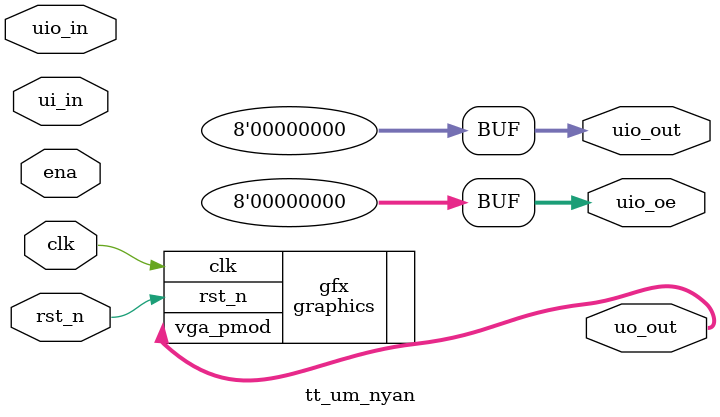
<source format=v>
`default_nettype none

module tt_um_nyan
    /* verilator lint_off UNUSED */
    (
        input wire [7:0] ui_in,
        output wire [7:0] uo_out,
        input wire [7:0] uio_in,
        output wire [7:0] uio_out,
        output wire [7:0] uio_oe,
        input wire ena,
        input wire clk,
        input wire rst_n
    );
    /* verilator lint_on UNUSED */

    assign uio_out = 8'b00000000;
    assign uio_oe = 8'b00000000;

    graphics gfx(.clk(clk), .rst_n(rst_n), .vga_pmod(uo_out));
    
    // TODO - Audio
endmodule

</source>
